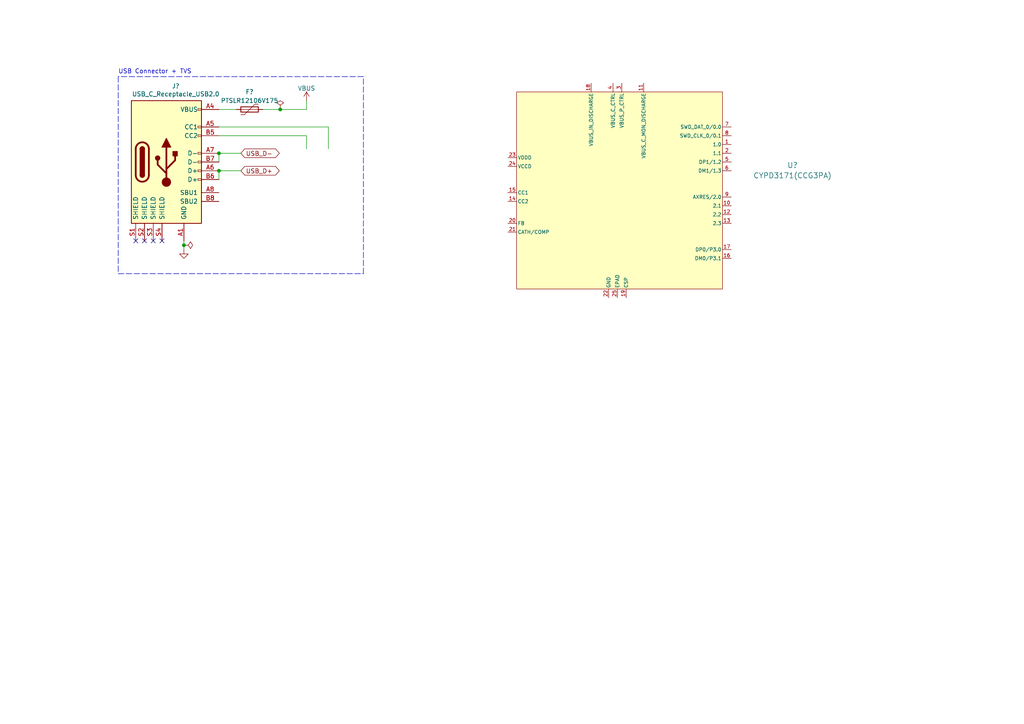
<source format=kicad_sch>
(kicad_sch (version 20211123) (generator eeschema)
  (paper "A4")
  (lib_symbols
    (symbol "1.Embedded.Specialized:CYPD3171(CCG3PA)" (pin_names (offset 0.254))
      (property "Reference" "U" (at 0 5.08 0))
      (property "Value" "CYPD3171(CCG3PA)" (at 0 2.54 0))
      (symbol "CYPD3171(CCG3PA)_0_1"
        (rectangle (start -29.21 30.48) (end 30.48 -26.67) (fill (type background)))
      )
      (symbol "CYPD3171(CCG3PA)_1_1"
        (pin unspecified line (at 33.02 15.24 180) (length 2.54) (name "1.0") (number "1"))
        (pin unspecified line (at 33.02 -2.54 180) (length 2.54) (name "2.1") (number "10"))
        (pin unspecified line (at 7.62 33.02 270) (length 2.54) (name "VBUS_C_MON_DISCHARGE") (number "11"))
        (pin unspecified line (at 33.02 -5.08 180) (length 2.54) (name "2.2") (number "12"))
        (pin unspecified line (at 33.02 -7.62 180) (length 2.54) (name "2.3") (number "13"))
        (pin unspecified line (at -31.75 -1.27 0) (length 2.54) (name "CC2") (number "14"))
        (pin unspecified line (at -31.75 1.27 0) (length 2.54) (name "CC1") (number "15"))
        (pin unspecified line (at 33.02 -17.78 180) (length 2.54) (name "DM0/P3.1") (number "16"))
        (pin unspecified line (at 33.02 -15.24 180) (length 2.54) (name "DP0/P3.0") (number "17"))
        (pin unspecified line (at -7.62 33.02 270) (length 2.54) (name "VBUS_IN_DISCHARGE") (number "18"))
        (pin unspecified line (at 2.54 -29.21 90) (length 2.54) (name "CSP") (number "19"))
        (pin unspecified line (at 33.02 12.7 180) (length 2.54) (name "1.1") (number "2"))
        (pin unspecified line (at -31.75 -7.62 0) (length 2.54) (name "FB") (number "20"))
        (pin unspecified line (at -31.75 -10.16 0) (length 2.54) (name "CATH/COMP") (number "21"))
        (pin unspecified line (at -2.54 -29.21 90) (length 2.54) (name "GND") (number "22"))
        (pin unspecified line (at -31.75 11.43 0) (length 2.54) (name "VDDD") (number "23"))
        (pin unspecified line (at -31.75 8.89 0) (length 2.54) (name "VCCD") (number "24"))
        (pin unspecified line (at 0 -29.21 90) (length 2.54) (name "EPAD") (number "25"))
        (pin unspecified line (at 1.27 33.02 270) (length 2.54) (name "VBUS_P_CTRL") (number "3"))
        (pin unspecified line (at -1.27 33.02 270) (length 2.54) (name "VBUS_C_CTRL") (number "4"))
        (pin unspecified line (at 33.02 10.16 180) (length 2.54) (name "DP1/1.2") (number "5"))
        (pin unspecified line (at 33.02 7.62 180) (length 2.54) (name "DM1/1.3") (number "6"))
        (pin unspecified line (at 33.02 20.32 180) (length 2.54) (name "SWD_DAT_0/0.0") (number "7"))
        (pin unspecified line (at 33.02 17.78 180) (length 2.54) (name "SWD_CLK_0/0.1") (number "8"))
        (pin unspecified line (at 33.02 0 180) (length 2.54) (name "AXRES/2.0") (number "9"))
      )
    )
    (symbol "1.Fuses:PTSLR12106V175" (pin_numbers hide) (pin_names (offset 0))
      (property "Reference" "F" (at -2.54 0 90))
      (property "Value" "PTSLR12106V175" (at 2.54 0 90))
      (symbol "PTSLR12106V175_0_1"
        (rectangle (start -0.762 2.54) (end 0.762 -2.54) (stroke (width 0.254)))
        (polyline (pts (xy 0 2.54) (xy 0 -2.54)))
        (polyline (pts (xy -1.524 2.54) (xy -1.524 1.524) (xy 1.524 -1.524) (xy 1.524 -2.54)))
      )
      (symbol "PTSLR12106V175_1_1"
        (pin passive line (at 0 3.81 270) (length 1.27) (name "~") (number "1"))
        (pin passive line (at 0 -3.81 90) (length 1.27) (name "~") (number "2"))
      )
    )
    (symbol "mikoto:USB_C_Receptacle_USB2.0" (pin_names (offset 1.016))
      (property "Reference" "J?" (at 2.7178 22.0218 0))
      (property "Value" "USB_C_Receptacle_USB2.0" (at 2.7178 19.7104 0))
      (symbol "USB_C_Receptacle_USB2.0_0_0"
        (rectangle (start 10.16 -4.826) (end 9.144 -5.334))
        (rectangle (start 10.16 -2.286) (end 9.144 -2.794))
        (rectangle (start 10.16 0.254) (end 9.144 -0.254))
        (rectangle (start 10.16 2.794) (end 9.144 2.286))
        (rectangle (start 10.16 7.874) (end 9.144 7.366))
        (rectangle (start 10.16 10.414) (end 9.144 9.906))
        (rectangle (start 10.16 15.494) (end 9.144 14.986))
      )
      (symbol "USB_C_Receptacle_USB2.0_0_1"
        (rectangle (start -10.16 17.78) (end 10.16 -17.78) (stroke (width 0.254)) (fill (type background)))
        (arc (start -8.89 -3.81) (mid -6.985 -5.715) (end -5.08 -3.81) (stroke (width 0.508)))
        (arc (start -7.62 -3.81) (mid -6.985 -4.445) (end -6.35 -3.81) (stroke (width 0.254)))
        (arc (start -7.62 -3.81) (mid -6.985 -4.445) (end -6.35 -3.81) (stroke (width 0.254)) (fill (type outline)))
        (rectangle (start -7.62 -3.81) (end -6.35 3.81) (stroke (width 0.254)) (fill (type outline)))
        (arc (start -6.35 3.81) (mid -6.985 4.445) (end -7.62 3.81) (stroke (width 0.254)))
        (arc (start -6.35 3.81) (mid -6.985 4.445) (end -7.62 3.81) (stroke (width 0.254)) (fill (type outline)))
        (arc (start -5.08 3.81) (mid -6.985 5.715) (end -8.89 3.81) (stroke (width 0.508)))
        (circle (center -2.54 1.143) (radius 0.635) (stroke (width 0.254)) (fill (type outline)))
        (circle (center 0 -5.842) (radius 1.27) (fill (type outline)))
        (polyline (pts (xy -8.89 -3.81) (xy -8.89 3.81)) (stroke (width 0.508)))
        (polyline (pts (xy -5.08 3.81) (xy -5.08 -3.81)) (stroke (width 0.508)))
        (polyline (pts (xy 0 -5.842) (xy 0 4.318)) (stroke (width 0.508)))
        (polyline (pts (xy 0 -3.302) (xy -2.54 -0.762) (xy -2.54 0.508)) (stroke (width 0.508)))
        (polyline (pts (xy 0 -2.032) (xy 2.54 0.508) (xy 2.54 1.778)) (stroke (width 0.508)))
        (polyline (pts (xy -1.27 4.318) (xy 0 6.858) (xy 1.27 4.318) (xy -1.27 4.318)) (stroke (width 0.254)) (fill (type outline)))
        (rectangle (start 1.905 1.778) (end 3.175 3.048) (stroke (width 0.254)) (fill (type outline)))
      )
      (symbol "USB_C_Receptacle_USB2.0_1_1"
        (pin power_in line (at 5.08 -22.86 90) (length 5.08) (name "GND") (number "A1"))
        (pin power_in line (at 15.24 15.24 180) (length 5.08) (name "VBUS") (number "A4"))
        (pin bidirectional line (at 15.24 10.16 180) (length 5.08) (name "CC1") (number "A5"))
        (pin bidirectional line (at 15.24 -2.54 180) (length 5.08) (name "D+") (number "A6"))
        (pin bidirectional line (at 15.24 2.54 180) (length 5.08) (name "D-") (number "A7"))
        (pin bidirectional line (at 15.24 -8.89 180) (length 5.08) (name "SBU1") (number "A8"))
        (pin bidirectional line (at 15.24 7.62 180) (length 5.08) (name "CC2") (number "B5"))
        (pin bidirectional line (at 15.24 -5.08 180) (length 5.08) (name "D+") (number "B6"))
        (pin bidirectional line (at 15.24 0 180) (length 5.08) (name "D-") (number "B7"))
        (pin bidirectional line (at 15.24 -11.43 180) (length 5.08) (name "SBU2") (number "B8"))
        (pin passive line (at -8.89 -22.86 90) (length 5.08) (name "SHIELD") (number "S1"))
        (pin passive line (at -6.35 -22.86 90) (length 5.08) (name "SHIELD") (number "S2"))
        (pin passive line (at -3.81 -22.86 90) (length 5.08) (name "SHIELD") (number "S3"))
        (pin passive line (at -1.27 -22.86 90) (length 5.08) (name "SHIELD") (number "S4"))
      )
    )
    (symbol "power:GND" (power) (pin_names (offset 0))
      (property "Value" "GND" (at 0 -3.81 0))
      (symbol "GND_0_1"
        (polyline (pts (xy 0 0) (xy 0 -1.27) (xy 1.27 -1.27) (xy 0 -2.54) (xy -1.27 -1.27) (xy 0 -1.27)))
      )
      (symbol "GND_1_1"
        (pin power_in line (at 0 0 270) (length 0) hide (name "GND") (number "1"))
      )
    )
    (symbol "power:PWR_FLAG" (power) (pin_numbers hide) (pin_names (offset 0) hide)
      (property "Value" "PWR_FLAG" (at 0 3.81 0))
      (symbol "PWR_FLAG_0_0"
        (pin power_out line (at 0 0 90) (length 0) (name "pwr") (number "1"))
      )
      (symbol "PWR_FLAG_0_1"
        (polyline (pts (xy 0 0) (xy 0 1.27) (xy -1.016 1.905) (xy 0 2.54) (xy 1.016 1.905) (xy 0 1.27)))
      )
    )
    (symbol "power:VBUS" (power) (pin_names (offset 0))
      (property "Value" "VBUS" (at 0 3.81 0))
      (symbol "VBUS_0_1"
        (polyline (pts (xy -0.762 1.27) (xy 0 2.54)))
        (polyline (pts (xy 0 0) (xy 0 2.54)))
        (polyline (pts (xy 0 2.54) (xy 0.762 1.27)))
      )
      (symbol "VBUS_1_1"
        (pin power_in line (at 0 0 90) (length 0) hide (name "VBUS") (number "1"))
      )
    )
  )
  (junction (at 81.28 31.75))
  (junction (at 53.34 71.12))
  (junction (at 63.5 49.53))
  (junction (at 63.5 44.45))
  (no_connect (at 46.99 69.85))
  (no_connect (at 44.45 69.85))
  (no_connect (at 41.91 69.85))
  (no_connect (at 39.37 69.85))
  (wire (pts (xy 63.5 39.37) (xy 88.9 39.37)))
  (wire (pts (xy 95.25 36.83) (xy 95.25 43.18)))
  (wire (pts (xy 63.5 49.53) (xy 63.5 52.07)))
  (wire (pts (xy 63.5 36.83) (xy 95.25 36.83)))
  (polyline (pts (xy 34.29 79.375) (xy 105.41 79.375)) (stroke (width 0) (type dash)))
  (wire (pts (xy 53.34 69.85) (xy 53.34 71.12)))
  (wire (pts (xy 76.2 31.75) (xy 81.28 31.75)))
  (polyline (pts (xy 105.41 79.375) (xy 105.41 22.225)) (stroke (width 0) (type dash)))
  (wire (pts (xy 63.5 44.45) (xy 63.5 46.99)))
  (wire (pts (xy 88.9 29.21) (xy 88.9 31.75)))
  (polyline (pts (xy 105.41 22.225) (xy 34.29 22.225)) (stroke (width 0) (type dash)))
  (wire (pts (xy 63.5 49.53) (xy 69.85 49.53)))
  (wire (pts (xy 63.5 44.45) (xy 69.85 44.45)))
  (wire (pts (xy 81.28 31.75) (xy 88.9 31.75)))
  (wire (pts (xy 63.5 31.75) (xy 68.58 31.75)))
  (wire (pts (xy 53.34 71.12) (xy 53.34 72.39)))
  (wire (pts (xy 88.9 39.37) (xy 88.9 43.18)))
  (polyline (pts (xy 34.29 22.225) (xy 34.29 79.375)) (stroke (width 0) (type dash)))
  (text "USB Connector + TVS" (at 34.29 21.59 0) (effects (font (size 1.27 1.27)) (justify left bottom)))
  (global_label "USB_D-" (shape bidirectional) (at 69.85 44.45 0) (property "Intersheet References" "${INTERSHEET_REFS}" (effects hide)))
  (global_label "USB_D+" (shape bidirectional) (at 69.85 49.53 0) (property "Intersheet References" "${INTERSHEET_REFS}" (effects hide)))
  (symbol (lib_id "power:GND") (at 53.34 72.39 0) (unit 1)
    (property "Reference" "#PWR0114" (effects hide))
    (property "Value" "GND" (effects hide))
  )
  (symbol (lib_id "power:VBUS") (at 88.9 29.21 0) (unit 1)
    (property "Reference" "#PWR0113" (effects hide))
    (property "Value" "VBUS" (at 88.9 25.6342 0))
  )
  (symbol (lib_id "1.Fuses:PTSLR12106V175") (at 72.39 31.75 90) (unit 1)
    (property "Reference" "F?" (at 72.39 26.6532 90))
    (property "Value" "PTSLR12106V175" (at 72.39 29.1901 90))
    (property "Footprint" "Fuse:Fuse_1210_3225Metric" (effects hide))
    (property "Datasheet" "https://www.eaton.com/content/dam/eaton/products/electronic-components/resources/data-sheet/eaton-ptslr1210-surface-mount-resettable-fuse-data-sheet.pdf" (effects hide))
  )
  (symbol (lib_id "power:PWR_FLAG") (at 53.34 71.12 270) (unit 1)
    (property "Reference" "#FLG0102" (effects hide))
    (property "Value" "PWR_FLAG" (effects hide))
  )
  (symbol (lib_id "mikoto:USB_C_Receptacle_USB2.0") (at 48.26 46.99 0) (unit 1)
    (property "Reference" "J?" (at 50.9778 24.9682 0))
    (property "Value" "USB_C_Receptacle_USB2.0" (at 50.9778 27.2796 0))
    (property "Footprint" "footprints:USB-C_C168688" (effects hide))
    (property "Datasheet" "https://www.usb.org/sites/default/files/documents/usb_type-c.zip" (effects hide))
    (property "LCSC Part" "C168688" (effects hide))
    (property "JLC Part" "C168688" (effects hide))
  )
  (symbol (lib_id "1.Embedded.Specialized:CYPD3171(CCG3PA)") (at 179.07 57.15 0) (unit 1)
    (property "Reference" "U?" (at 229.87 47.9224 0) (effects (font (size 1.524 1.524))))
    (property "Value" "CYPD3171(CCG3PA)" (at 229.87 50.9158 0) (effects (font (size 1.524 1.524))))
    (property "Footprint" "1.Embedded.Specialized:CYPD3171-24LQXQ" (effects hide))
    (property "Datasheet" "https://www.infineon.com/dgdl/Infineon-EZ-PD(TM)_CCG3PA_Datasheet_USB_Type-C_Port_Controller-DataSheet-v09_00-EN.pdf?fileId=8ac78c8c7d0d8da4017d0ee438366ac0" (effects hide))
  )
  (symbol (lib_id "power:PWR_FLAG") (at 81.28 31.75 0) (unit 1)
    (property "Reference" "#FLG0101" (effects hide))
    (property "Value" "PWR_FLAG" (effects hide))
  )
)
</source>
